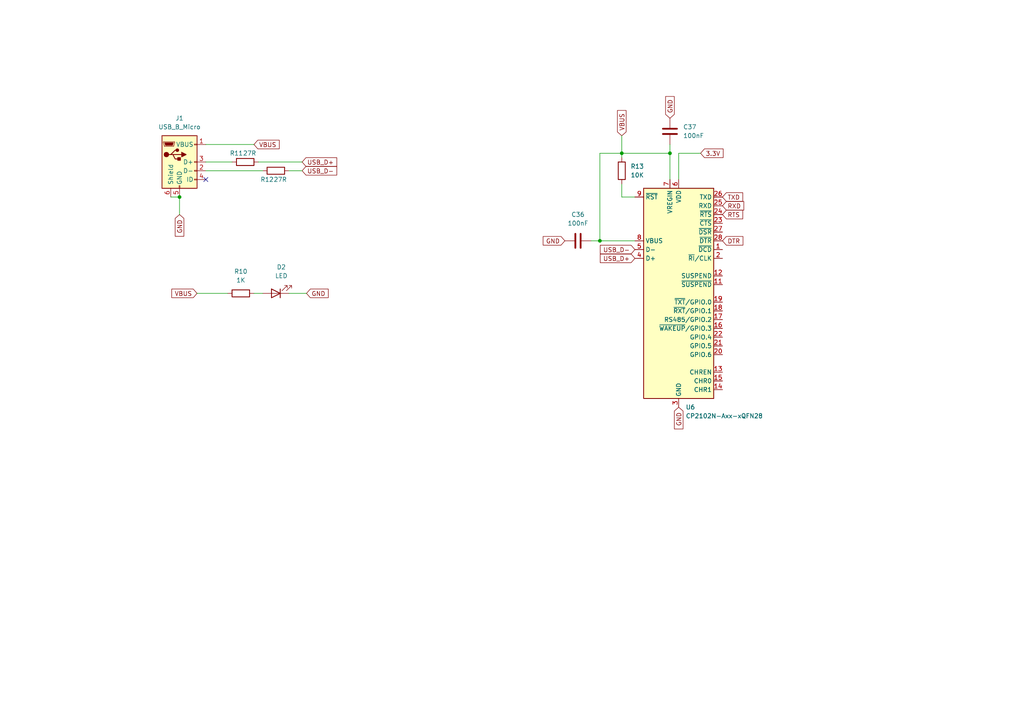
<source format=kicad_sch>
(kicad_sch (version 20211123) (generator eeschema)
  (paper "A4")
  (lib_symbols
    (symbol "Connector:USB_B_Micro" (pin_names (offset 1.016))
      (property "Reference" "J" (at -5.08 11.43 0))
      (property "Value" "USB_B_Micro" (at -5.08 8.89 0))
      (symbol "USB_B_Micro_0_1"
        (rectangle (start -5.08 -7.62) (end 5.08 7.62) (stroke (width 0.254)) (fill (type background)))
        (circle (center -3.81 2.159) (radius 0.635) (stroke (width 0.254)) (fill (type outline)))
        (circle (center -0.635 3.429) (radius 0.381) (stroke (width 0.254)) (fill (type outline)))
        (rectangle (start -0.127 -7.62) (end 0.127 -6.858))
        (polyline (pts (xy -1.905 2.159) (xy 0.635 2.159)) (stroke (width 0.254)))
        (polyline (pts (xy -3.175 2.159) (xy -2.54 2.159) (xy -1.27 3.429) (xy -0.635 3.429)) (stroke (width 0.254)))
        (polyline (pts (xy -2.54 2.159) (xy -1.905 2.159) (xy -1.27 0.889) (xy 0 0.889)) (stroke (width 0.254)))
        (polyline (pts (xy 0.635 2.794) (xy 0.635 1.524) (xy 1.905 2.159) (xy 0.635 2.794)) (stroke (width 0.254)) (fill (type outline)))
        (polyline (pts (xy -4.318 5.588) (xy -1.778 5.588) (xy -2.032 4.826) (xy -4.064 4.826) (xy -4.318 5.588)) (fill (type outline)))
        (polyline (pts (xy -4.699 5.842) (xy -4.699 5.588) (xy -4.445 4.826) (xy -4.445 4.572) (xy -1.651 4.572) (xy -1.651 4.826) (xy -1.397 5.588) (xy -1.397 5.842) (xy -4.699 5.842)))
        (rectangle (start 0.254 1.27) (end -0.508 0.508) (stroke (width 0.254)) (fill (type outline)))
        (rectangle (start 5.08 -5.207) (end 4.318 -4.953))
        (rectangle (start 5.08 -2.667) (end 4.318 -2.413))
        (rectangle (start 5.08 -0.127) (end 4.318 0.127))
        (rectangle (start 5.08 4.953) (end 4.318 5.207))
      )
      (symbol "USB_B_Micro_1_1"
        (pin power_out line (at 7.62 5.08 180) (length 2.54) (name "VBUS") (number "1"))
        (pin bidirectional line (at 7.62 -2.54 180) (length 2.54) (name "D-") (number "2"))
        (pin bidirectional line (at 7.62 0 180) (length 2.54) (name "D+") (number "3"))
        (pin passive line (at 7.62 -5.08 180) (length 2.54) (name "ID") (number "4"))
        (pin power_out line (at 0 -10.16 90) (length 2.54) (name "GND") (number "5"))
        (pin passive line (at -2.54 -10.16 90) (length 2.54) (name "Shield") (number "6"))
      )
    )
    (symbol "Device:C" (pin_numbers hide) (pin_names (offset 0.254))
      (property "Reference" "C" (at 0.635 2.54 0))
      (property "Value" "C" (at 0.635 -2.54 0))
      (symbol "C_0_1"
        (polyline (pts (xy -2.032 -0.762) (xy 2.032 -0.762)) (stroke (width 0.508)))
        (polyline (pts (xy -2.032 0.762) (xy 2.032 0.762)) (stroke (width 0.508)))
      )
      (symbol "C_1_1"
        (pin passive line (at 0 3.81 270) (length 2.794) (name "~") (number "1"))
        (pin passive line (at 0 -3.81 90) (length 2.794) (name "~") (number "2"))
      )
    )
    (symbol "Device:LED" (pin_numbers hide) (pin_names (offset 1.016) hide)
      (property "Reference" "D" (at 0 2.54 0))
      (property "Value" "LED" (at 0 -2.54 0))
      (symbol "LED_0_1"
        (polyline (pts (xy -1.27 -1.27) (xy -1.27 1.27)) (stroke (width 0.254)))
        (polyline (pts (xy -1.27 0) (xy 1.27 0)))
        (polyline (pts (xy 1.27 -1.27) (xy 1.27 1.27) (xy -1.27 0) (xy 1.27 -1.27)) (stroke (width 0.254)))
        (polyline (pts (xy -3.048 -0.762) (xy -4.572 -2.286) (xy -3.81 -2.286) (xy -4.572 -2.286) (xy -4.572 -1.524)))
        (polyline (pts (xy -1.778 -0.762) (xy -3.302 -2.286) (xy -2.54 -2.286) (xy -3.302 -2.286) (xy -3.302 -1.524)))
      )
      (symbol "LED_1_1"
        (pin passive line (at -3.81 0 0) (length 2.54) (name "K") (number "1"))
        (pin passive line (at 3.81 0 180) (length 2.54) (name "A") (number "2"))
      )
    )
    (symbol "Device:R" (pin_numbers hide) (pin_names (offset 0))
      (property "Reference" "R" (at 2.032 0 90))
      (property "Value" "R" (at 0 0 90))
      (symbol "R_0_1"
        (rectangle (start -1.016 -2.54) (end 1.016 2.54) (stroke (width 0.254)))
      )
      (symbol "R_1_1"
        (pin passive line (at 0 3.81 270) (length 1.27) (name "~") (number "1"))
        (pin passive line (at 0 -3.81 90) (length 1.27) (name "~") (number "2"))
      )
    )
    (symbol "Interface_USB:CP2102N-Axx-xQFN28"
      (property "Reference" "U" (at -8.89 31.75 0))
      (property "Value" "CP2102N-Axx-xQFN28" (at 12.7 31.75 0))
      (symbol "CP2102N-Axx-xQFN28_0_1"
        (rectangle (start -10.16 30.48) (end 10.16 -30.48) (stroke (width 0.254)) (fill (type background)))
      )
      (symbol "CP2102N-Axx-xQFN28_1_1"
        (pin input line (at 12.7 12.7 180) (length 2.54) (name "~{DCD}") (number "1"))
        (pin no_connect line (at -10.16 -27.94 0) (length 2.54) hide (name "NC") (number "10"))
        (pin output line (at 12.7 2.54 180) (length 2.54) (name "~{SUSPEND}") (number "11"))
        (pin output line (at 12.7 5.08 180) (length 2.54) (name "SUSPEND") (number "12"))
        (pin output line (at 12.7 -22.86 180) (length 2.54) (name "CHREN") (number "13"))
        (pin output line (at 12.7 -27.94 180) (length 2.54) (name "CHR1") (number "14"))
        (pin output line (at 12.7 -25.4 180) (length 2.54) (name "CHR0") (number "15"))
        (pin bidirectional line (at 12.7 -10.16 180) (length 2.54) (name "~{WAKEUP}/GPIO.3") (number "16"))
        (pin bidirectional line (at 12.7 -7.62 180) (length 2.54) (name "RS485/GPIO.2") (number "17"))
        (pin bidirectional line (at 12.7 -5.08 180) (length 2.54) (name "~{RXT}/GPIO.1") (number "18"))
        (pin bidirectional line (at 12.7 -2.54 180) (length 2.54) (name "~{TXT}/GPIO.0") (number "19"))
        (pin bidirectional line (at 12.7 10.16 180) (length 2.54) (name "~{RI}/CLK") (number "2"))
        (pin bidirectional line (at 12.7 -17.78 180) (length 2.54) (name "GPIO.6") (number "20"))
        (pin bidirectional line (at 12.7 -15.24 180) (length 2.54) (name "GPIO.5") (number "21"))
        (pin bidirectional line (at 12.7 -12.7 180) (length 2.54) (name "GPIO.4") (number "22"))
        (pin input line (at 12.7 20.32 180) (length 2.54) (name "~{CTS}") (number "23"))
        (pin output line (at 12.7 22.86 180) (length 2.54) (name "~{RTS}") (number "24"))
        (pin input line (at 12.7 25.4 180) (length 2.54) (name "RXD") (number "25"))
        (pin output line (at 12.7 27.94 180) (length 2.54) (name "TXD") (number "26"))
        (pin input line (at 12.7 17.78 180) (length 2.54) (name "~{DSR}") (number "27"))
        (pin output line (at 12.7 15.24 180) (length 2.54) (name "~{DTR}") (number "28"))
        (pin passive line (at 0 -33.02 90) (length 2.54) hide (name "GND") (number "29"))
        (pin power_in line (at 0 -33.02 90) (length 2.54) (name "GND") (number "3"))
        (pin bidirectional line (at -12.7 10.16 0) (length 2.54) (name "D+") (number "4"))
        (pin bidirectional line (at -12.7 12.7 0) (length 2.54) (name "D-") (number "5"))
        (pin power_in line (at 0 33.02 270) (length 2.54) (name "VDD") (number "6"))
        (pin power_in line (at -2.54 33.02 270) (length 2.54) (name "VREGIN") (number "7"))
        (pin input line (at -12.7 15.24 0) (length 2.54) (name "VBUS") (number "8"))
        (pin input line (at -12.7 27.94 0) (length 2.54) (name "~{RST}") (number "9"))
      )
    )
  )
  (junction (at 180.34 44.45))
  (junction (at 194.31 44.45))
  (junction (at 52.07 57.15))
  (junction (at 173.99 69.85))
  (no_connect (at 59.69 52.07))
  (wire (pts (xy 59.69 46.99) (xy 67.31 46.99)))
  (wire (pts (xy 196.85 52.07) (xy 196.85 44.45)))
  (wire (pts (xy 194.31 44.45) (xy 194.31 52.07)))
  (wire (pts (xy 173.99 69.85) (xy 184.15 69.85)))
  (wire (pts (xy 83.82 85.09) (xy 88.9 85.09)))
  (wire (pts (xy 196.85 44.45) (xy 203.2 44.45)))
  (wire (pts (xy 59.69 41.91) (xy 73.66 41.91)))
  (wire (pts (xy 73.66 85.09) (xy 76.2 85.09)))
  (wire (pts (xy 180.34 39.37) (xy 180.34 44.45)))
  (wire (pts (xy 194.31 41.91) (xy 194.31 44.45)))
  (wire (pts (xy 180.34 53.34) (xy 180.34 57.15)))
  (wire (pts (xy 180.34 44.45) (xy 194.31 44.45)))
  (wire (pts (xy 173.99 44.45) (xy 173.99 69.85)))
  (wire (pts (xy 59.69 49.53) (xy 76.2 49.53)))
  (wire (pts (xy 173.99 44.45) (xy 180.34 44.45)))
  (wire (pts (xy 83.82 49.53) (xy 87.63 49.53)))
  (wire (pts (xy 74.93 46.99) (xy 87.63 46.99)))
  (wire (pts (xy 180.34 44.45) (xy 180.34 45.72)))
  (wire (pts (xy 184.15 57.15) (xy 180.34 57.15)))
  (wire (pts (xy 52.07 57.15) (xy 52.07 62.23)))
  (wire (pts (xy 57.15 85.09) (xy 66.04 85.09)))
  (wire (pts (xy 171.45 69.85) (xy 173.99 69.85)))
  (wire (pts (xy 49.53 57.15) (xy 52.07 57.15)))
  (global_label "VBUS" (shape input) (at 180.34 39.37 90) (property "Intersheet References" "${INTERSHEET_REFS}" (effects hide)))
  (global_label "DTR" (shape input) (at 209.55 69.85 0) (property "Intersheet References" "${INTERSHEET_REFS}" (effects hide)))
  (global_label "USB_D-" (shape input) (at 184.15 72.39 180) (property "Intersheet References" "${INTERSHEET_REFS}" (effects hide)))
  (global_label "3.3V" (shape input) (at 203.2 44.45 0) (property "Intersheet References" "${INTERSHEET_REFS}" (effects hide)))
  (global_label "USB_D-" (shape input) (at 87.63 49.53 0) (property "Intersheet References" "${INTERSHEET_REFS}" (effects hide)))
  (global_label "USB_D+" (shape input) (at 184.15 74.93 180) (property "Intersheet References" "${INTERSHEET_REFS}" (effects hide)))
  (global_label "RTS" (shape input) (at 209.55 62.23 0) (property "Intersheet References" "${INTERSHEET_REFS}" (effects hide)))
  (global_label "GND" (shape input) (at 88.9 85.09 0) (property "Intersheet References" "${INTERSHEET_REFS}" (effects hide)))
  (global_label "GND" (shape input) (at 196.85 118.11 270) (property "Intersheet References" "${INTERSHEET_REFS}" (effects hide)))
  (global_label "TXD" (shape input) (at 209.55 57.15 0) (property "Intersheet References" "${INTERSHEET_REFS}" (effects hide)))
  (global_label "VBUS" (shape input) (at 73.66 41.91 0) (property "Intersheet References" "${INTERSHEET_REFS}" (effects hide)))
  (global_label "GND" (shape input) (at 52.07 62.23 270) (property "Intersheet References" "${INTERSHEET_REFS}" (effects hide)))
  (global_label "RXD" (shape input) (at 209.55 59.69 0) (property "Intersheet References" "${INTERSHEET_REFS}" (effects hide)))
  (global_label "USB_D+" (shape input) (at 87.63 46.99 0) (property "Intersheet References" "${INTERSHEET_REFS}" (effects hide)))
  (global_label "GND" (shape input) (at 194.31 34.29 90) (property "Intersheet References" "${INTERSHEET_REFS}" (effects hide)))
  (global_label "GND" (shape input) (at 163.83 69.85 180) (property "Intersheet References" "${INTERSHEET_REFS}" (effects hide)))
  (global_label "VBUS" (shape input) (at 57.15 85.09 180) (property "Intersheet References" "${INTERSHEET_REFS}" (effects hide)))
  (symbol (lib_id "Device:R") (at 71.12 46.99 270) (unit 1)
    (property "Reference" "R11" (at 68.58 44.45 90))
    (property "Value" "27R" (at 72.39 44.45 90))
    (property "Footprint" "Resistor_SMD:R_0603_1608Metric" (effects hide))
  )
  (symbol (lib_id "Interface_USB:CP2102N-Axx-xQFN28") (at 196.85 85.09 0) (unit 1)
    (property "Reference" "U6" (at 198.8694 118.11 0) (effects (justify left)))
    (property "Value" "CP2102N-Axx-xQFN28" (at 198.8694 120.65 0) (effects (justify left)))
    (property "Footprint" "Package_DFN_QFN:QFN-28-1EP_5x5mm_P0.5mm_EP3.35x3.35mm" (effects hide))
    (property "Datasheet" "https://www.silabs.com/documents/public/data-sheets/cp2102n-datasheet.pdf" (effects hide))
  )
  (symbol (lib_id "Device:R") (at 69.85 85.09 90) (unit 1)
    (property "Reference" "R10" (at 69.85 78.74 90))
    (property "Value" "1K" (at 69.85 81.28 90))
    (property "Footprint" "Resistor_SMD:R_0603_1608Metric" (effects hide))
  )
  (symbol (lib_id "Device:LED") (at 80.01 85.09 180) (unit 1)
    (property "Reference" "D2" (at 81.5975 77.47 0))
    (property "Value" "LED" (at 81.5975 80.01 0))
    (property "Footprint" "LED_SMD:LED_0603_1608Metric" (effects hide))
  )
  (symbol (lib_id "Device:R") (at 180.34 49.53 0) (unit 1)
    (property "Reference" "R13" (at 182.88 48.2599 0) (effects (justify left)))
    (property "Value" "10K" (at 182.88 50.7999 0) (effects (justify left)))
    (property "Footprint" "Resistor_SMD:R_0603_1608Metric" (effects hide))
  )
  (symbol (lib_id "Connector:USB_B_Micro") (at 52.07 46.99 0) (unit 1)
    (property "Reference" "J1" (at 52.07 34.29 0))
    (property "Value" "USB_B_Micro" (at 52.07 36.83 0))
    (property "Footprint" "Connector_USB:USB_Micro-B_GCT_USB3076-30-A" (effects hide))
  )
  (symbol (lib_id "Device:C") (at 194.31 38.1 180) (unit 1)
    (property "Reference" "C37" (at 198.12 36.8299 0) (effects (justify right)))
    (property "Value" "100nF" (at 198.12 39.3699 0) (effects (justify right)))
    (property "Footprint" "Capacitor_SMD:C_0603_1608Metric" (effects hide))
  )
  (symbol (lib_id "Device:C") (at 167.64 69.85 90) (unit 1)
    (property "Reference" "C36" (at 167.64 62.23 90))
    (property "Value" "100nF" (at 167.64 64.77 90))
    (property "Footprint" "Capacitor_SMD:C_0603_1608Metric" (effects hide))
  )
  (symbol (lib_id "Device:R") (at 80.01 49.53 90) (unit 1)
    (property "Reference" "R12" (at 77.47 52.07 90))
    (property "Value" "27R" (at 81.28 52.07 90))
    (property "Footprint" "Resistor_SMD:R_0603_1608Metric" (effects hide))
  )
)
</source>
